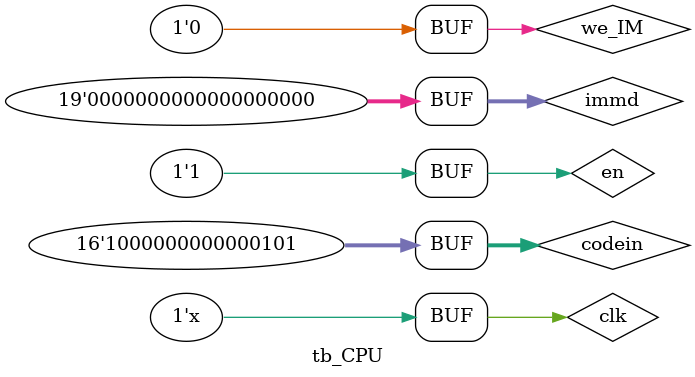
<source format=v>

module tb_CPU();
reg clk;
reg en;
reg we_IM;
reg [15:0] codein;
reg [18:0] immd;
wire [31:0] alu_out;
wire [15:0] regA_out;
wire [15:0] regB_out;
wire reg_loadAd;
wire reg_loadBd;

// Instantiation of Module
//clk, en, we_IM, codein, immd, za, zb, eq, gt, lt
CPU C1 (.clk(clk), .en(en), .we_IM(we_IM), .codein(codein), .immd(immd), .alu_out(alu_out), .regA_out(regA_out), .regB_out(regB_out), .reg_loadAd(reg_loadAd),.reg_loadBd(reg_loadBd));

// Initialization of signals
initial
begin
	clk = 0;
	en = 0;
	we_IM = 0;
	codein = 19'h00000;
	immd = 19'h00000;
end

// Clock set up
always #10 clk = ~clk;

// Stimulus
initial
begin
	// Idle state to Load state transistion
	#10 en = 1;

	// Provide first instruction set to start the loadA
	#20 we_IM = 1;
	codein = 19'b00_100_0000_0000_0001_11;
	#10 we_IM = 0;
	
	// Provide enough Delay to ensure the data has been update
	// Wait for some time before doing Load B
	#20 we_IM = 1;
	codein = 19'b00_101_0000_0000_0001_01;
	#10 we_IM = 0;

	// Instruction set for ALU operations
	#20 we_IM = 1;
	codein = 19'h00010;// addition
	#10 we_IM = 0;

	// Instruction set for ALU operations
	#20 we_IM = 1;
	codein = 16'h9020;//or 

	#10 we_IM = 0;


	// Wait for some time before doing Load C
	#20 we_IM = 1;
	codein = 19'b00_110_0000_0000_0001_01;
	#10 we_IM = 0;
	
end
endmodule 
</source>
